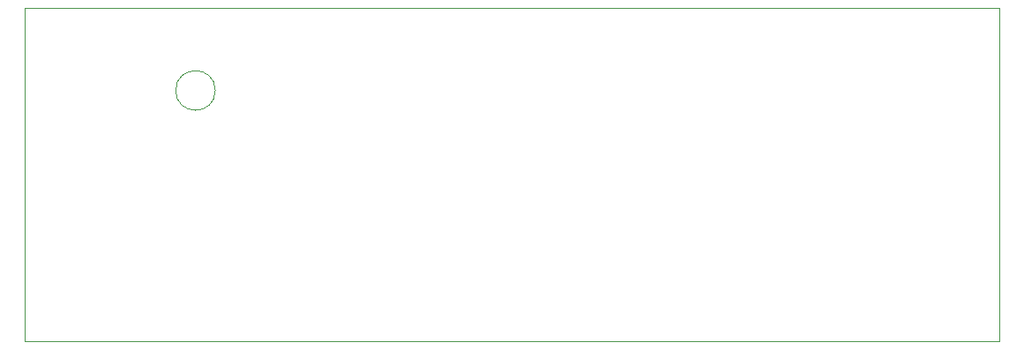
<source format=gbr>
G04 #@! TF.GenerationSoftware,KiCad,Pcbnew,(5.1.5)-3*
G04 #@! TF.CreationDate,2020-05-16T21:03:06+05:30*
G04 #@! TF.ProjectId,ArmTrax,41726d54-7261-4782-9e6b-696361645f70,rev?*
G04 #@! TF.SameCoordinates,Original*
G04 #@! TF.FileFunction,Profile,NP*
%FSLAX46Y46*%
G04 Gerber Fmt 4.6, Leading zero omitted, Abs format (unit mm)*
G04 Created by KiCad (PCBNEW (5.1.5)-3) date 2020-05-16 21:03:06*
%MOMM*%
%LPD*%
G04 APERTURE LIST*
%ADD10C,0.050000*%
G04 APERTURE END LIST*
D10*
X78100000Y-55600000D02*
G75*
G03X78100000Y-55600000I-1900000J0D01*
G01*
X59800000Y-79700000D02*
X65200000Y-79700000D01*
X59800000Y-47700000D02*
X59800000Y-79700000D01*
X65200000Y-47700000D02*
X59800000Y-47700000D01*
X65200000Y-79700000D02*
X153400000Y-79700000D01*
X153400000Y-47700000D02*
X65200000Y-47700000D01*
X153400000Y-47700000D02*
X153400000Y-79700000D01*
M02*

</source>
